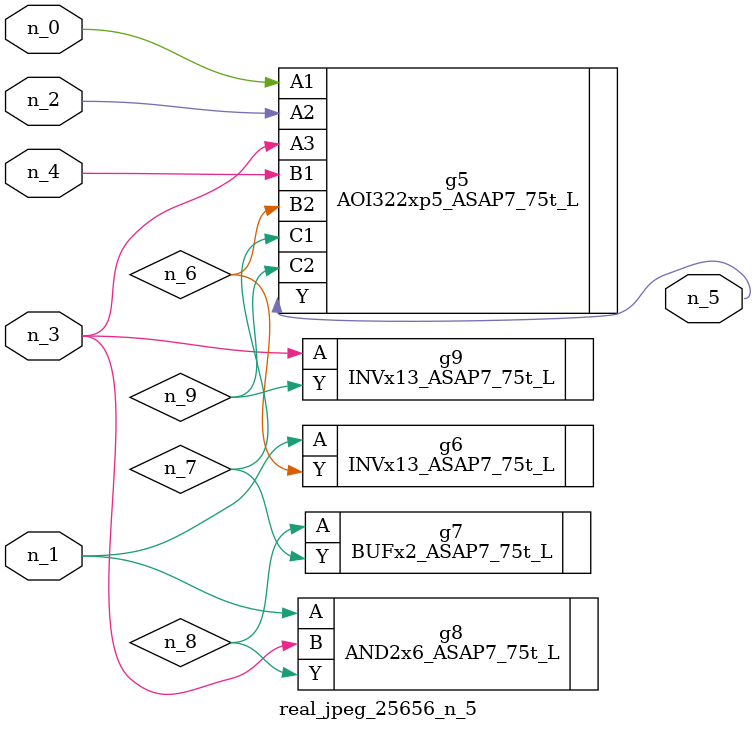
<source format=v>
module real_jpeg_25656_n_5 (n_4, n_0, n_1, n_2, n_3, n_5);

input n_4;
input n_0;
input n_1;
input n_2;
input n_3;

output n_5;

wire n_8;
wire n_6;
wire n_7;
wire n_9;

AOI322xp5_ASAP7_75t_L g5 ( 
.A1(n_0),
.A2(n_2),
.A3(n_3),
.B1(n_4),
.B2(n_6),
.C1(n_7),
.C2(n_9),
.Y(n_5)
);

INVx13_ASAP7_75t_L g6 ( 
.A(n_1),
.Y(n_6)
);

AND2x6_ASAP7_75t_L g8 ( 
.A(n_1),
.B(n_3),
.Y(n_8)
);

INVx13_ASAP7_75t_L g9 ( 
.A(n_3),
.Y(n_9)
);

BUFx2_ASAP7_75t_L g7 ( 
.A(n_8),
.Y(n_7)
);


endmodule
</source>
